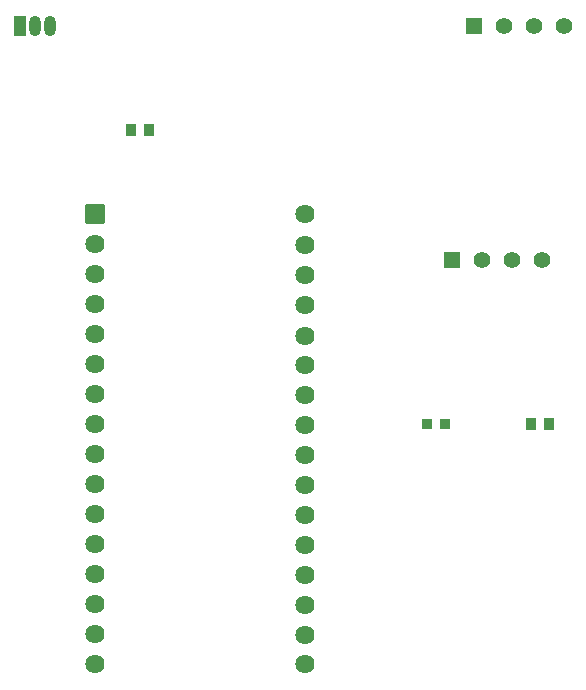
<source format=gts>
G04 Layer: TopSolderMaskLayer*
G04 EasyEDA Pro v2.1.59.0ce47373.225d47, 2024-05-28 20:03:57*
G04 Gerber Generator version 0.3*
G04 Scale: 100 percent, Rotated: No, Reflected: No*
G04 Dimensions in millimeters*
G04 Leading zeros omitted, absolute positions, 3 integers and 5 decimals*
%FSLAX35Y35*%
%MOMM*%
%AMRoundRect*1,1,$1,$2,$3*1,1,$1,$4,$5*1,1,$1,0-$2,0-$3*1,1,$1,0-$4,0-$5*20,1,$1,$2,$3,$4,$5,0*20,1,$1,$4,$5,0-$2,0-$3,0*20,1,$1,0-$2,0-$3,0-$4,0-$5,0*20,1,$1,0-$4,0-$5,$2,$3,0*4,1,4,$2,$3,$4,$5,0-$2,0-$3,0-$4,0-$5,$2,$3,0*%
%ADD10O,1.0016X1.7016*%
%ADD11RoundRect,0.09224X-0.45468X0.80468X0.45468X0.80468*%
%ADD12RoundRect,0.09138X-0.40835X0.43712X0.40835X0.43712*%
%ADD13RoundRect,0.09562X-0.76499X0.76499X0.76499X0.76499*%
%ADD14C,1.6256*%
%ADD15C,1.397*%
%ADD16RoundRect,0.09471X0.65114X-0.65114X-0.65114X-0.65114*%
%ADD17RoundRect,0.09131X0.40519X0.40519X0.40519X-0.40519*%
G75*


G04 Pad Start*
G54D10*
G01X-5435600Y8013700D03*
G01X-5562600Y8013700D03*
G54D11*
G01X-5689600Y8013700D03*
G54D12*
G01X-4598264Y7137400D03*
G01X-4748936Y7137400D03*
G54D13*
G01X-5054600Y6426200D03*
G54D14*
G01X-5054600Y6172200D03*
G01X-5054600Y5918200D03*
G01X-5054600Y5664200D03*
G01X-5054600Y5410200D03*
G01X-5054600Y5156200D03*
G01X-5054600Y4902200D03*
G01X-5054600Y4646026D03*
G01X-5054600Y4394200D03*
G01X-5054600Y4140200D03*
G01X-5054600Y3886200D03*
G01X-5054600Y3632200D03*
G01X-5054600Y3378200D03*
G01X-5054600Y2870200D03*
G01X-5054600Y2616200D03*
G01X-5054600Y3124200D03*
G01X-3276600Y2616200D03*
G01X-3276600Y6159657D03*
G01X-3276600Y5905657D03*
G01X-3276600Y5651657D03*
G01X-3276600Y5393450D03*
G01X-3276600Y5143657D03*
G01X-3276600Y4889657D03*
G01X-3276600Y4635657D03*
G01X-3276600Y4381657D03*
G01X-3276600Y4127657D03*
G01X-3276600Y3873657D03*
G01X-3276600Y3619657D03*
G01X-3276600Y3365657D03*
G01X-3276600Y3111657D03*
G01X-3276600Y2857657D03*
G01X-3276600Y6426200D03*
G54D15*
G01X-1079500Y8013700D03*
G01X-1333500Y8013700D03*
G01X-1587500Y8013700D03*
G54D16*
G01X-1841500Y8013700D03*
G54D15*
G01X-1270000Y6032500D03*
G01X-1524000Y6032500D03*
G01X-1778000Y6032500D03*
G54D16*
G01X-2032000Y6032500D03*
G54D17*
G01X-2086610Y4649216D03*
G01X-2246630Y4648708D03*
G54D12*
G01X-1207364Y4648200D03*
G01X-1358036Y4648200D03*
G04 Pad End*

M02*

</source>
